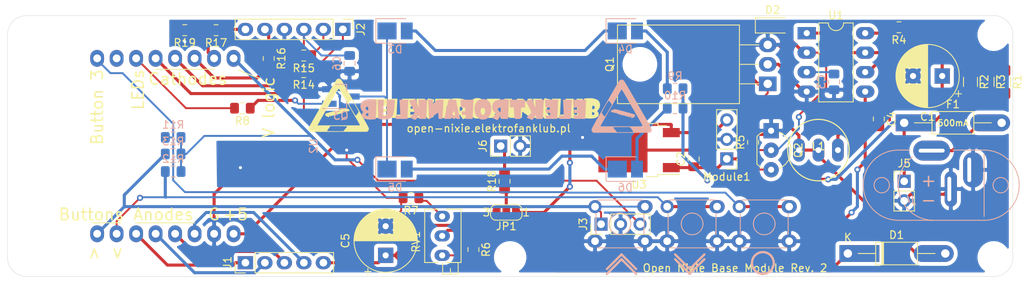
<source format=kicad_pcb>
(kicad_pcb (version 20171130) (host pcbnew "(5.1.5)-3")
  (layers (0 F.Cu signal) (31 B.Cu signal) (34 B.Paste user hide) (35 F.Paste user hide) (36 B.SilkS user) (37 F.SilkS user) (38 B.Mask user hide) (39 F.Mask user hide) (44 Edge.Cuts user))
  (net 0 "")
  (net 1 GND)
  (net 2 +12V)
  (net 3 "Net-(C3-Pad1)")
  (net 4 "Net-(C4-Pad1)")
  (net 5 HV)
  (net 6 "Net-(D1-Pad1)")
  (net 7 "Net-(D2-Pad2)")
  (net 8 "Net-(D2-Pad1)")
  (net 9 "Net-(D3-Pad2)")
  (net 10 "Net-(D3-Pad1)")
  (net 11 "Net-(D4-Pad2)")
  (net 12 "Net-(D5-Pad2)")
  (net 13 "Net-(D6-Pad2)")
  (net 14 "Net-(F1-Pad2)")
  (net 15 "Net-(J1-Pad4)")
  (net 16 "Net-(J1-Pad3)")
  (net 17 "Net-(J1-Pad2)")
  (net 18 "Net-(J2-Pad6)")
  (net 19 "Net-(J2-Pad5)")
  (net 20 +5V)
  (net 21 "Net-(J2-Pad2)")
  (net 22 "Net-(J2-Pad1)")
  (net 23 +3V3)
  (net 24 "Net-(J3-Pad1)")
  (net 25 "Net-(L1-Pad1)")
  (net 26 "Net-(R4-Pad2)")
  (net 27 "Net-(R6-Pad2)")
  (net 28 "Net-(R8-Pad2)")
  (net 29 "Net-(R15-Pad2)")
  (net 30 "Net-(R16-Pad2)")
  (net 31 "Net-(U2-Pad2)")
  (net 32 "Net-(J1-Pad1)")
  (net 33 "Net-(J6-Pad1)")
  (net 34 "Net-(JP1-Pad2)")
  (net 35 "Net-(R7-Pad1)")
  (net 36 "Net-(R11-Pad2)")
  (net 37 "Net-(R12-Pad2)")
  (net 38 "Net-(R14-Pad2)")
  (net 39 "Net-(R17-Pad2)")
  (net 40 "Net-(Q3-Pad1)")
  (module open-nixie_baseModule:D_DO-41_SOD81_P12.70mm_Horizontal (layer F.Cu) (at 116.84 13.97)
    (fp_text reference F1 (at 6.35 -2.41) (layer F.SilkS))
    (fp_text value Fuse)
    (pad 2 thru_hole oval (at 12.7 0) (size 5.2 2.2) (drill 1.1 (offset -1.5 0)) (layers *.Cu *.Mask) (net 14 "Net-(F1-Pad2)"))
    (pad 1 thru_hole rect (at 0 0) (size 5.2 2.2) (drill 1.1 (offset 1.5 0)) (layers *.Cu *.Mask) (net 2 +12V))
  )
  (module open-nixie_baseModule:D_DO-41_SOD81_P12.70mm_Horizontal (layer F.Cu) (at 109.5 31)
    (fp_text reference D1 (at 6.35 -2.41 180) (layer F.SilkS))
    (fp_text value 1N4349)
    (fp_text user K (at 0 -2.1 180) (layer F.SilkS))
    (pad 2 thru_hole rect (at 0 0) (size 5.2 2.2) (drill 1.1 (offset 1.5 0)) (layers *.Cu *.Mask) (net 5 HV))
    (pad 1 thru_hole oval (at 12.7 0) (size 5.2 2.2) (drill 1.1 (offset -1.5 0)) (layers *.Cu *.Mask) (net 6 "Net-(D1-Pad1)"))
  )
  (module electronixESP8266_logo:logo (layer F.Cu) (at 58.928 12.192)
    (fp_text reference G*** hide)
    (fp_text value LOGO hide)
  )
  (module electronixESP8266_logo:logo (layer B.Cu) (at 64.262 12.319 180)
    (fp_text reference G*** hide)
    (fp_text value LOGO hide)
  )
  (module MountingHole:MountingHole_3.2mm_M3 (layer F.Cu) (at 2.5 31.5)
    (fp_text reference REF** hide)
    (fp_text value MountingHole_3.2mm_M3)
    (pad 1 np_thru_hole circle (at 0 0) (size 3.2 3.2) (drill 3.2) (layers *.Cu *.Mask))
  )
  (module MountingHole:MountingHole_3.2mm_M3 (layer F.Cu) (at 65.5 31.5)
    (fp_text reference REF** hide)
    (fp_text value MountingHole_3.2mm_M3)
    (pad 1 np_thru_hole circle (at 0 0) (size 3.2 3.2) (drill 3.2) (layers *.Cu *.Mask))
  )
  (module MountingHole:MountingHole_3.2mm_M3 (layer F.Cu) (at 128.5 31.5)
    (fp_text reference REF** hide)
    (fp_text value MountingHole_3.2mm_M3)
    (pad 1 np_thru_hole circle (at 0 0) (size 3.2 3.2) (drill 3.2) (layers *.Cu *.Mask))
  )
  (module MountingHole:MountingHole_3.2mm_M3 (layer F.Cu) (at 65.5 2.5)
    (fp_text reference REF** hide)
    (fp_text value MountingHole_3.2mm_M3)
    (pad 1 np_thru_hole circle (at 0 0) (size 3.2 3.2) (drill 3.2) (layers *.Cu *.Mask))
  )
  (module MountingHole:MountingHole_3.2mm_M3 (layer F.Cu) (at 128.5 2.5)
    (fp_text reference REF** hide)
    (fp_text value MountingHole_3.2mm_M3)
    (pad 1 np_thru_hole circle (at 0 0) (size 3.2 3.2) (drill 3.2) (layers *.Cu *.Mask))
  )
  (module MountingHole:MountingHole_3.2mm_M3 (layer F.Cu) (at 2.5 2.5)
    (fp_text reference REF** hide)
    (fp_text value MountingHole_3.2mm_M3)
    (pad 1 np_thru_hole circle (at 0 0) (size 3.2 3.2) (drill 3.2) (layers *.Cu *.Mask))
  )
  (module open-nixie_baseModule:CP_Radial_D8.0mm_P3.80mm (layer F.Cu) (at 121.793 7.874 180)
    (fp_text reference C1 (at 1.9 -5.31) (layer F.SilkS))
    (fp_text value 330u)
    (pad 1 thru_hole rect (at 0 0 180) (size 2 2) (drill 0.8) (layers *.Cu *.Mask) (net 2 +12V))
    (pad 2 thru_hole circle (at 3.8 0 180) (size 2 2) (drill 0.8) (layers *.Cu *.Mask) (net 1 GND))
  )
  (module open-nixie_baseModule:C_0805_2012Metric_Pad1.15x1.40mm_HandSolder (layer F.Cu) (at 89.408 18.669 90)
    (fp_text reference C2 (at 0 -1.65 90) (layer F.SilkS))
    (fp_text value 100n)
    (pad 1 smd roundrect (at -1.025 0 90) (size 1.15 1.4) (layers F.Cu F.Paste F.Mask) (roundrect_rratio 0.217391) (net 2 +12V))
    (pad 2 smd roundrect (at 1.025 0 90) (size 1.15 1.4) (layers F.Cu F.Paste F.Mask) (roundrect_rratio 0.217391) (net 1 GND))
  )
  (module open-nixie_baseModule:C_0805_2012Metric_Pad1.15x1.40mm_HandSolder (layer B.Cu) (at 107.696 8.636 270)
    (fp_text reference C3 (at 0 1.65 270) (layer B.SilkS) (effects (justify mirror)))
    (fp_text value 1n)
    (pad 2 smd roundrect (at 1.025 0 270) (size 1.15 1.4) (layers B.Cu B.Paste B.Mask) (roundrect_rratio 0.217391) (net 1 GND))
    (pad 1 smd roundrect (at -1.025 0 270) (size 1.15 1.4) (layers B.Cu B.Paste B.Mask) (roundrect_rratio 0.217391) (net 3 "Net-(C3-Pad1)"))
  )
  (module open-nixie_baseModule:C_0805_2012Metric_Pad1.15x1.40mm_HandSolder (layer F.Cu) (at 113.538 13.462 270)
    (fp_text reference C4 (at 0 -1.65 90) (layer F.SilkS))
    (fp_text value 100n)
    (pad 2 smd roundrect (at 1.025 0 270) (size 1.15 1.4) (layers F.Cu F.Paste F.Mask) (roundrect_rratio 0.217391) (net 1 GND))
    (pad 1 smd roundrect (at -1.025 0 270) (size 1.15 1.4) (layers F.Cu F.Paste F.Mask) (roundrect_rratio 0.217391) (net 4 "Net-(C4-Pad1)"))
  )
  (module open-nixie_baseModule:CP_Radial_D8.0mm_P3.80mm (layer F.Cu) (at 49.276 31.242 90)
    (fp_text reference C5 (at 1.9 -5.25 90) (layer F.SilkS))
    (fp_text value 2u2)
    (pad 2 thru_hole circle (at 3.8 0 90) (size 2 2) (drill 0.8) (layers *.Cu *.Mask) (net 1 GND))
    (pad 1 thru_hole rect (at 0 0 90) (size 2 2) (drill 0.8) (layers *.Cu *.Mask) (net 5 HV))
  )
  (module open-nixie_baseModule:C_0805_2012Metric_Pad1.15x1.40mm_HandSolder (layer B.Cu) (at 44.577 6.223 270)
    (fp_text reference C6 (at 0 1.65 90) (layer B.SilkS) (effects (justify mirror)))
    (fp_text value 100n)
    (pad 1 smd roundrect (at -1.025 0 270) (size 1.15 1.4) (layers B.Cu B.Paste B.Mask) (roundrect_rratio 0.217391) (net 20 +5V))
    (pad 2 smd roundrect (at 1.025 0 270) (size 1.15 1.4) (layers B.Cu B.Paste B.Mask) (roundrect_rratio 0.217391) (net 1 GND))
  )
  (module open-nixie_baseModule:D_SOD-123 (layer F.Cu) (at 99.695 1.27)
    (fp_text reference D2 (at 0 -2) (layer F.SilkS))
    (fp_text value 1N4148)
    (pad 2 smd rect (at 1.65 0) (size 2 1.2) (layers F.Cu F.Paste F.Mask) (net 7 "Net-(D2-Pad2)"))
    (pad 1 smd rect (at -1.65 0) (size 2 1.2) (layers F.Cu F.Paste F.Mask) (net 8 "Net-(D2-Pad1)"))
  )
  (module open-nixie_baseModule:LED_PLCC_2835_Handsoldering (layer B.Cu) (at 50.5 2)
    (fp_text reference D3 (at 0 2.4) (layer B.SilkS) (effects (justify mirror)))
    (fp_text value LED)
    (pad 1 smd rect (at -1.05 0) (size 2.5 2.2) (layers B.Cu B.Paste B.Mask) (net 10 "Net-(D3-Pad1)"))
    (pad 2 smd rect (at 1.525 0) (size 1.55 2.2) (layers B.Cu B.Paste B.Mask) (net 9 "Net-(D3-Pad2)"))
  )
  (module open-nixie_baseModule:LED_PLCC_2835_Handsoldering (layer B.Cu) (at 80.5 2)
    (fp_text reference D4 (at 0 2.4) (layer B.SilkS) (effects (justify mirror)))
    (fp_text value LED)
    (pad 2 smd rect (at 1.525 0) (size 1.55 2.2) (layers B.Cu B.Paste B.Mask) (net 11 "Net-(D4-Pad2)"))
    (pad 1 smd rect (at -1.05 0) (size 2.5 2.2) (layers B.Cu B.Paste B.Mask) (net 9 "Net-(D3-Pad2)"))
  )
  (module open-nixie_baseModule:LED_PLCC_2835_Handsoldering (layer B.Cu) (at 50.5 20)
    (fp_text reference D5 (at 0 2.4) (layer B.SilkS) (effects (justify mirror)))
    (fp_text value LED)
    (pad 2 smd rect (at 1.525 0) (size 1.55 2.2) (layers B.Cu B.Paste B.Mask) (net 12 "Net-(D5-Pad2)"))
    (pad 1 smd rect (at -1.05 0) (size 2.5 2.2) (layers B.Cu B.Paste B.Mask) (net 10 "Net-(D3-Pad1)"))
  )
  (module open-nixie_baseModule:LED_PLCC_2835_Handsoldering (layer B.Cu) (at 80.5 20)
    (fp_text reference D6 (at 0 2.4) (layer B.SilkS) (effects (justify mirror)))
    (fp_text value LED)
    (pad 1 smd rect (at -1.05 0) (size 2.5 2.2) (layers B.Cu B.Paste B.Mask) (net 12 "Net-(D5-Pad2)"))
    (pad 2 smd rect (at 1.525 0) (size 1.55 2.2) (layers B.Cu B.Paste B.Mask) (net 13 "Net-(D6-Pad2)"))
  )
  (module open-nixie_baseModule:PinHeader_1x05_P2.54mm_Vertical (layer F.Cu) (at 31 32.2 90)
    (fp_text reference J1 (at 0 -2.33 90) (layer F.SilkS))
    (fp_text value Conn_01x05_Female)
    (pad 5 thru_hole oval (at 0 10.16 90) (size 1.7 2) (drill 1) (layers *.Cu *.Mask) (net 5 HV))
    (pad 4 thru_hole oval (at 0 7.62 90) (size 1.7 2) (drill 1) (layers *.Cu *.Mask) (net 15 "Net-(J1-Pad4)"))
    (pad 3 thru_hole oval (at 0 5.08 90) (size 1.7 2) (drill 1) (layers *.Cu *.Mask) (net 16 "Net-(J1-Pad3)"))
    (pad 2 thru_hole oval (at 0 2.54 90) (size 1.7 2) (drill 1) (layers *.Cu *.Mask) (net 17 "Net-(J1-Pad2)"))
    (pad 1 thru_hole rect (at 0 0 90) (size 1.7 2) (drill 1) (layers *.Cu *.Mask) (net 32 "Net-(J1-Pad1)"))
  )
  (module open-nixie_baseModule:PinHeader_1x06_P2.54mm_Vertical (layer F.Cu) (at 43.7 1.8 270)
    (fp_text reference J2 (at 0 -2.33 90) (layer F.SilkS))
    (fp_text value Conn_01x06_Female)
    (pad 6 thru_hole oval (at 0 12.7 270) (size 1.7 2) (drill 1) (layers *.Cu *.Mask) (net 18 "Net-(J2-Pad6)"))
    (pad 5 thru_hole oval (at 0 10.16 270) (size 1.7 2) (drill 1) (layers *.Cu *.Mask) (net 19 "Net-(J2-Pad5)"))
    (pad 4 thru_hole oval (at 0 7.62 270) (size 1.7 2) (drill 1) (layers *.Cu *.Mask) (net 1 GND))
    (pad 3 thru_hole oval (at 0 5.08 270) (size 1.7 2) (drill 1) (layers *.Cu *.Mask) (net 20 +5V))
    (pad 2 thru_hole oval (at 0 2.54 270) (size 1.7 2) (drill 1) (layers *.Cu *.Mask) (net 21 "Net-(J2-Pad2)"))
    (pad 1 thru_hole rect (at 0 0 270) (size 1.7 2) (drill 1) (layers *.Cu *.Mask) (net 22 "Net-(J2-Pad1)"))
  )
  (module open-nixie_baseModule:PinHeader_1x03_P2.54mm_Vertical (layer F.Cu) (at 77.343 27.178 90)
    (fp_text reference J3 (at 0 -2.33 90) (layer F.SilkS))
    (fp_text value "IR Sensor")
    (pad 1 thru_hole rect (at 0 0 90) (size 1.7 1.7) (drill 1) (layers *.Cu *.Mask) (net 24 "Net-(J3-Pad1)"))
    (pad 2 thru_hole oval (at 0 2.54 90) (size 1.7 1.7) (drill 1) (layers *.Cu *.Mask) (net 1 GND))
    (pad 3 thru_hole oval (at 0 5.08 90) (size 1.7 1.7) (drill 1) (layers *.Cu *.Mask) (net 23 +3V3))
  )
  (module open-nixie_baseModule:DC_Jack_Vertical (layer B.Cu) (at 121.667 22.098 180)
    (fp_text reference J4 (at 4.064 -2.032) (layer B.SilkS) (effects (justify mirror)))
    (fp_text value Barrel_Jack_Switch)
    (pad 3 thru_hole oval (at -3.65 2 180) (size 2.6 4.6) (drill oval 0.5 3.2 (offset -0.5 0)) (layers *.Cu *.Mask) (net 1 GND))
    (pad 2 thru_hole oval (at -1.05 -0.5 180) (size 1.6 4.6) (drill oval 0.5 3.2 (offset -0.2 0)) (layers *.Cu *.Mask) (net 1 GND))
    (pad 1 thru_hole oval (at 1.25 4.5 180) (size 4.8 2.6) (drill oval 3.4 0.5) (layers *.Cu *.Mask) (net 14 "Net-(F1-Pad2)"))
  )
  (module open-nixie_baseModule:PinHeader_1x02_P2.54mm_Vertical (layer F.Cu) (at 116.84 21.59)
    (fp_text reference J5 (at 0 -2.33) (layer F.SilkS))
    (fp_text value Conn_01x02_Male)
    (pad 1 thru_hole rect (at 0 0) (size 1.7 1.7) (drill 1) (layers *.Cu *.Mask) (net 2 +12V))
    (pad 2 thru_hole oval (at 0 2.54) (size 1.7 1.7) (drill 1) (layers *.Cu *.Mask) (net 1 GND))
  )
  (module open-nixie_baseModule:PinHeader_1x02_P2.54mm_Vertical (layer F.Cu) (at 64.262 17 90)
    (fp_text reference J6 (at 0 -2.33 90) (layer F.SilkS))
    (fp_text value Conn_01x02_Male)
    (pad 2 thru_hole oval (at 0 2.54 90) (size 1.7 1.7) (drill 1) (layers *.Cu *.Mask) (net 1 GND))
    (pad 1 thru_hole rect (at 0 0 90) (size 1.7 1.7) (drill 1) (layers *.Cu *.Mask) (net 33 "Net-(J6-Pad1)"))
  )
  (module open-nixie_baseModule:SolderJumper-3_P1.3mm_Open_RoundedPad1.0x1.5mm_NumberLabels (layer F.Cu) (at 64.994 25.654 180)
    (fp_text reference JP1 (at 0 -1.8) (layer F.SilkS))
    (fp_text value Jumper_3_Open)
    (fp_text user 1 (at -2.6 0 180) (layer F.SilkS))
    (fp_text user 3 (at 2.6 0 180) (layer F.SilkS))
    (pad 2 smd rect (at 0 0 180) (size 1 1.5) (layers F.Cu F.Mask) (net 34 "Net-(JP1-Pad2)"))
    (pad 3 smd custom (at 1.3 0 180) (size 1 0.5) (layers F.Cu F.Mask) (net 5 HV) (options (clearance outline) (anchor rect)) (primitives (gr_circle (center 0 0.25) (end 0.5 0.25) (width 0)) (gr_circle (center 0 -0.25) (end 0.5 -0.25) (width 0)) (gr_poly (pts (xy -0.55 -0.75) (xy 0 -0.75) (xy 0 0.75) (xy -0.55 0.75)) (width 0))))
    (pad 1 smd custom (at -1.3 0 180) (size 1 0.5) (layers F.Cu F.Mask) (net 20 +5V) (options (clearance outline) (anchor rect)) (primitives (gr_circle (center 0 0.25) (end 0.5 0.25) (width 0)) (gr_circle (center 0 -0.25) (end 0.5 -0.25) (width 0)) (gr_poly (pts (xy 0.55 -0.75) (xy 0 -0.75) (xy 0 0.75) (xy 0.55 0.75)) (width 0))))
  )
  (module open-nixie_baseModule:Inductor_3_5 (layer F.Cu) (at 105.664 17.526 180)
    (fp_text reference L1 (at 0 0.5) (layer F.SilkS))
    (fp_text value 220u)
    (pad 2 thru_hole oval (at 2.54 0 180) (size 1.524 3) (drill 0.762) (layers *.Cu *.Mask) (net 6 "Net-(D1-Pad1)"))
    (pad 2 thru_hole oval (at 0 0 180) (size 1.524 3) (drill 0.762) (layers *.Cu *.Mask) (net 6 "Net-(D1-Pad1)"))
    (pad 1 thru_hole oval (at -2.54 0 180) (size 1.524 3) (drill 0.762) (layers *.Cu *.Mask) (net 25 "Net-(L1-Pad1)"))
  )
  (module open-nixie_baseModule:PinHeader_1x03_P2.54mm_Vertical (layer F.Cu) (at 93.726 18.669 180)
    (fp_text reference Module1 (at 0 -2.33) (layer F.SilkS))
    (fp_text value "DC Converter Module")
    (pad 3 thru_hole oval (at 0 5.08 180) (size 1.7 1.7) (drill 1) (layers *.Cu *.Mask) (net 20 +5V))
    (pad 2 thru_hole oval (at 0 2.54 180) (size 1.7 1.7) (drill 1) (layers *.Cu *.Mask) (net 1 GND))
    (pad 1 thru_hole rect (at 0 0 180) (size 1.7 1.7) (drill 1) (layers *.Cu *.Mask) (net 2 +12V))
  )
  (module open-nixie_baseModule:TO-220-3_Horizontal_TabDown (layer F.Cu) (at 99.06 8.89 90)
    (fp_text reference Q1 (at 2.54 -20.58 90) (layer F.SilkS))
    (fp_text value IRF740)
    (pad 3 thru_hole oval (at 5.08 0 90) (size 1.905 2.3) (drill 1.1) (layers *.Cu *.Mask) (net 1 GND))
    (pad 2 thru_hole oval (at 2.54 0 90) (size 1.905 2.3) (drill 1.1) (layers *.Cu *.Mask) (net 6 "Net-(D1-Pad1)"))
    (pad 1 thru_hole rect (at 0 0 90) (size 1.905 2.3) (drill 1.1) (layers *.Cu *.Mask) (net 8 "Net-(D2-Pad1)"))
    (pad "" np_thru_hole oval (at 2.54 -16.66 90) (size 3.5 3.5) (drill 3.5) (layers *.Cu *.Mask))
  )
  (module open-nixie_baseModule:TO-92_Inline_Wide (layer F.Cu) (at 99.5 15 270)
    (fp_text reference Q2 (at 2.54 -3.56 90) (layer F.SilkS))
    (fp_text value BC557)
    (pad 1 thru_hole rect (at 0 0) (size 2 2) (drill 0.8) (layers *.Cu *.Mask) (net 1 GND))
    (pad 3 thru_hole circle (at 5.08 0) (size 2 2) (drill 0.8) (layers *.Cu *.Mask) (net 8 "Net-(D2-Pad1)"))
    (pad 2 thru_hole circle (at 2.54 0) (size 2 2) (drill 0.8) (layers *.Cu *.Mask) (net 7 "Net-(D2-Pad2)"))
  )
  (module open-nixie_baseModule:SOT-23_Handsoldering (layer B.Cu) (at 43.434 10.541)
    (fp_text reference Q3 (at 0 2.5) (layer B.SilkS) (effects (justify mirror)))
    (fp_text value BC817)
    (pad 3 smd rect (at 1.5 0) (size 1.9 0.8) (layers B.Cu B.Paste B.Mask) (net 10 "Net-(D3-Pad1)"))
    (pad 2 smd rect (at -1.5 -0.95) (size 1.9 0.8) (layers B.Cu B.Paste B.Mask) (net 1 GND))
    (pad 1 smd rect (at -1.5 0.95) (size 1.9 0.8) (layers B.Cu B.Paste B.Mask) (net 40 "Net-(Q3-Pad1)"))
  )
  (module open-nixie_baseModule:R_1206_3216Metric_Pad1.42x1.75mm_HandSolder (layer F.Cu) (at 129.794 8.636 270)
    (fp_text reference R1 (at 0 -1.82 90) (layer F.SilkS))
    (fp_text value 1)
    (pad 2 smd roundrect (at 1.4875 0 270) (size 1.425 1.75) (layers F.Cu F.Paste F.Mask) (roundrect_rratio 0.175439) (net 2 +12V))
    (pad 1 smd roundrect (at -1.4875 0 270) (size 1.425 1.75) (layers F.Cu F.Paste F.Mask) (roundrect_rratio 0.175439) (net 25 "Net-(L1-Pad1)"))
  )
  (module open-nixie_baseModule:R_1206_3216Metric_Pad1.42x1.75mm_HandSolder (layer F.Cu) (at 125.476 8.636 270)
    (fp_text reference R2 (at 0 -1.82 90) (layer F.SilkS))
    (fp_text value 1)
    (pad 1 smd roundrect (at -1.4875 0 270) (size 1.425 1.75) (layers F.Cu F.Paste F.Mask) (roundrect_rratio 0.175439) (net 25 "Net-(L1-Pad1)"))
    (pad 2 smd roundrect (at 1.4875 0 270) (size 1.425 1.75) (layers F.Cu F.Paste F.Mask) (roundrect_rratio 0.175439) (net 2 +12V))
  )
  (module open-nixie_baseModule:R_1206_3216Metric_Pad1.42x1.75mm_HandSolder (layer F.Cu) (at 127.635 8.636 270)
    (fp_text reference R3 (at 0 -1.82 90) (layer F.SilkS))
    (fp_text value 1)
    (pad 2 smd roundrect (at 1.4875 0 270) (size 1.425 1.75) (layers F.Cu F.Paste F.Mask) (roundrect_rratio 0.175439) (net 2 +12V))
    (pad 1 smd roundrect (at -1.4875 0 270) (size 1.425 1.75) (layers F.Cu F.Paste F.Mask) (roundrect_rratio 0.175439) (net 25 "Net-(L1-Pad1)"))
  )
  (module open-nixie_baseModule:R_0805_2012Metric_Pad1.15x1.40mm_HandSolder (layer F.Cu) (at 116.158 1.524 180)
    (fp_text reference R4 (at 0 -1.65) (layer F.SilkS))
    (fp_text value 100)
    (pad 1 smd roundrect (at -1.025 0 180) (size 1.15 1.4) (layers F.Cu F.Paste F.Mask) (roundrect_rratio 0.217391) (net 25 "Net-(L1-Pad1)"))
    (pad 2 smd roundrect (at 1.025 0 180) (size 1.15 1.4) (layers F.Cu F.Paste F.Mask) (roundrect_rratio 0.217391) (net 26 "Net-(R4-Pad2)"))
  )
  (module open-nixie_baseModule:R_0805_2012Metric_Pad1.15x1.40mm_HandSolder (layer F.Cu) (at 97.155 16.51 90)
    (fp_text reference R5 (at 0 -1.65 90) (layer F.SilkS))
    (fp_text value 1k)
    (pad 1 smd roundrect (at -1.025 0 90) (size 1.15 1.4) (layers F.Cu F.Paste F.Mask) (roundrect_rratio 0.217391) (net 7 "Net-(D2-Pad2)"))
    (pad 2 smd roundrect (at 1.025 0 90) (size 1.15 1.4) (layers F.Cu F.Paste F.Mask) (roundrect_rratio 0.217391) (net 1 GND))
  )
  (module open-nixie_baseModule:R_0805_2012Metric_Pad1.15x1.40mm_HandSolder (layer F.Cu) (at 60.706 30.48 270)
    (fp_text reference R6 (at 0 -1.65 90) (layer F.SilkS))
    (fp_text value 470k)
    (pad 1 smd roundrect (at -1.025 0 270) (size 1.15 1.4) (layers F.Cu F.Paste F.Mask) (roundrect_rratio 0.217391) (net 5 HV))
    (pad 2 smd roundrect (at 1.025 0 270) (size 1.15 1.4) (layers F.Cu F.Paste F.Mask) (roundrect_rratio 0.217391) (net 27 "Net-(R6-Pad2)"))
  )
  (module open-nixie_baseModule:R_0805_2012Metric_Pad1.15x1.40mm_HandSolder (layer F.Cu) (at 52.578 23.749 180)
    (fp_text reference R7 (at 0 -1.65) (layer F.SilkS))
    (fp_text value 2k7)
    (pad 2 smd roundrect (at 1.025 0 180) (size 1.15 1.4) (layers F.Cu F.Paste F.Mask) (roundrect_rratio 0.217391) (net 1 GND))
    (pad 1 smd roundrect (at -1.025 0 180) (size 1.15 1.4) (layers F.Cu F.Paste F.Mask) (roundrect_rratio 0.217391) (net 35 "Net-(R7-Pad1)"))
  )
  (module open-nixie_baseModule:R_0805_2012Metric_Pad1.15x1.40mm_HandSolder (layer F.Cu) (at 30.607 12.065 180)
    (fp_text reference R8 (at 0 -1.65) (layer F.SilkS))
    (fp_text value R)
    (pad 2 smd roundrect (at 1.025 0 180) (size 1.15 1.4) (layers F.Cu F.Paste F.Mask) (roundrect_rratio 0.217391) (net 28 "Net-(R8-Pad2)"))
    (pad 1 smd roundrect (at -1.025 0 180) (size 1.15 1.4) (layers F.Cu F.Paste F.Mask) (roundrect_rratio 0.217391) (net 40 "Net-(Q3-Pad1)"))
  )
  (module open-nixie_baseModule:R_0805_2012Metric_Pad1.15x1.40mm_HandSolder (layer B.Cu) (at 86.995 9.525 180)
    (fp_text reference R9 (at 0 1.65) (layer B.SilkS) (effects (justify mirror)))
    (fp_text value R)
    (pad 1 smd roundrect (at -1.025 0 180) (size 1.15 1.4) (layers B.Cu B.Paste B.Mask) (roundrect_rratio 0.217391) (net 2 +12V))
    (pad 2 smd roundrect (at 1.025 0 180) (size 1.15 1.4) (layers B.Cu B.Paste B.Mask) (roundrect_rratio 0.217391) (net 11 "Net-(D4-Pad2)"))
  )
  (module open-nixie_baseModule:R_0805_2012Metric_Pad1.15x1.40mm_HandSolder (layer B.Cu) (at 86.995 12.065 180)
    (fp_text reference R10 (at 0 1.65) (layer B.SilkS) (effects (justify mirror)))
    (fp_text value R)
    (pad 2 smd roundrect (at 1.025 0 180) (size 1.15 1.4) (layers B.Cu B.Paste B.Mask) (roundrect_rratio 0.217391) (net 13 "Net-(D6-Pad2)"))
    (pad 1 smd roundrect (at -1.025 0 180) (size 1.15 1.4) (layers B.Cu B.Paste B.Mask) (roundrect_rratio 0.217391) (net 2 +12V))
  )
  (module open-nixie_baseModule:R_0805_2012Metric_Pad1.15x1.40mm_HandSolder (layer B.Cu) (at 21.59 15.875 180)
    (fp_text reference R11 (at 0 1.65) (layer B.SilkS) (effects (justify mirror)))
    (fp_text value 10k)
    (pad 1 smd roundrect (at -1.025 0 180) (size 1.15 1.4) (layers B.Cu B.Paste B.Mask) (roundrect_rratio 0.217391) (net 23 +3V3))
    (pad 2 smd roundrect (at 1.025 0 180) (size 1.15 1.4) (layers B.Cu B.Paste B.Mask) (roundrect_rratio 0.217391) (net 36 "Net-(R11-Pad2)"))
  )
  (module open-nixie_baseModule:R_0805_2012Metric_Pad1.15x1.40mm_HandSolder (layer B.Cu) (at 21.59 20.32 180)
    (fp_text reference R12 (at 0 1.65) (layer B.SilkS) (effects (justify mirror)))
    (fp_text value 10k)
    (pad 2 smd roundrect (at 1.025 0 180) (size 1.15 1.4) (layers B.Cu B.Paste B.Mask) (roundrect_rratio 0.217391) (net 37 "Net-(R12-Pad2)"))
    (pad 1 smd roundrect (at -1.025 0 180) (size 1.15 1.4) (layers B.Cu B.Paste B.Mask) (roundrect_rratio 0.217391) (net 23 +3V3))
  )
  (module open-nixie_baseModule:R_0805_2012Metric_Pad1.15x1.40mm_HandSolder (layer B.Cu) (at 21.59 18.034 180)
    (fp_text reference R13 (at 0 1.65) (layer B.SilkS) (effects (justify mirror)))
    (fp_text value 10k)
    (pad 2 smd roundrect (at 1.025 0 180) (size 1.15 1.4) (layers B.Cu B.Paste B.Mask) (roundrect_rratio 0.217391) (net 24 "Net-(J3-Pad1)"))
    (pad 1 smd roundrect (at -1.025 0 180) (size 1.15 1.4) (layers B.Cu B.Paste B.Mask) (roundrect_rratio 0.217391) (net 23 +3V3))
  )
  (module open-nixie_baseModule:R_0805_2012Metric_Pad1.15x1.40mm_HandSolder (layer F.Cu) (at 38.608 7.366 180)
    (fp_text reference R14 (at 0 -1.65) (layer F.SilkS))
    (fp_text value 100)
    (pad 1 smd roundrect (at -1.025 0 180) (size 1.15 1.4) (layers F.Cu F.Paste F.Mask) (roundrect_rratio 0.217391) (net 22 "Net-(J2-Pad1)"))
    (pad 2 smd roundrect (at 1.025 0 180) (size 1.15 1.4) (layers F.Cu F.Paste F.Mask) (roundrect_rratio 0.217391) (net 38 "Net-(R14-Pad2)"))
  )
  (module open-nixie_baseModule:R_0805_2012Metric_Pad1.15x1.40mm_HandSolder (layer F.Cu) (at 38.608 5.207 180)
    (fp_text reference R15 (at 0 -1.65) (layer F.SilkS))
    (fp_text value 100)
    (pad 2 smd roundrect (at 1.025 0 180) (size 1.15 1.4) (layers F.Cu F.Paste F.Mask) (roundrect_rratio 0.217391) (net 29 "Net-(R15-Pad2)"))
    (pad 1 smd roundrect (at -1.025 0 180) (size 1.15 1.4) (layers F.Cu F.Paste F.Mask) (roundrect_rratio 0.217391) (net 21 "Net-(J2-Pad2)"))
  )
  (module open-nixie_baseModule:R_0805_2012Metric_Pad1.15x1.40mm_HandSolder (layer F.Cu) (at 34.036 5.588 270)
    (fp_text reference R16 (at 0 -1.65 90) (layer F.SilkS))
    (fp_text value 100)
    (pad 2 smd roundrect (at 1.025 0 270) (size 1.15 1.4) (layers F.Cu F.Paste F.Mask) (roundrect_rratio 0.217391) (net 30 "Net-(R16-Pad2)"))
    (pad 1 smd roundrect (at -1.025 0 270) (size 1.15 1.4) (layers F.Cu F.Paste F.Mask) (roundrect_rratio 0.217391) (net 19 "Net-(J2-Pad5)"))
  )
  (module open-nixie_baseModule:R_0805_2012Metric_Pad1.15x1.40mm_HandSolder (layer F.Cu) (at 27.178 1.905 180)
    (fp_text reference R17 (at 0 -1.65) (layer F.SilkS))
    (fp_text value 100)
    (pad 1 smd roundrect (at -1.025 0 180) (size 1.15 1.4) (layers F.Cu F.Paste F.Mask) (roundrect_rratio 0.217391) (net 18 "Net-(J2-Pad6)"))
    (pad 2 smd roundrect (at 1.025 0 180) (size 1.15 1.4) (layers F.Cu F.Paste F.Mask) (roundrect_rratio 0.217391) (net 39 "Net-(R17-Pad2)"))
  )
  (module open-nixie_baseModule:R_0805_2012Metric_Pad1.15x1.40mm_HandSolder (layer F.Cu) (at 64.77 21.59 90)
    (fp_text reference R18 (at 0 -1.65 90) (layer F.SilkS))
    (fp_text value R)
    (pad 2 smd roundrect (at 1.025 0 90) (size 1.15 1.4) (layers F.Cu F.Paste F.Mask) (roundrect_rratio 0.217391) (net 33 "Net-(J6-Pad1)"))
    (pad 1 smd roundrect (at -1.025 0 90) (size 1.15 1.4) (layers F.Cu F.Paste F.Mask) (roundrect_rratio 0.217391) (net 34 "Net-(JP1-Pad2)"))
  )
  (module open-nixie_baseModule:Potentiometer_Bourns_3266Z_Horizontal (layer F.Cu) (at 56.642 26.162 90)
    (fp_text reference RV1 (at -3.3 -3.41 90) (layer F.SilkS))
    (fp_text value 1k)
    (pad 3 thru_hole oval (at -5.08 0 90) (size 1.44 2) (drill 0.8) (layers *.Cu *.Mask) (net 27 "Net-(R6-Pad2)"))
    (pad 2 thru_hole oval (at -2.54 0 90) (size 1.44 2) (drill 0.8) (layers *.Cu *.Mask) (net 4 "Net-(C4-Pad1)"))
    (pad 1 thru_hole oval (at 0 0 90) (size 1.44 2) (drill 0.8) (layers *.Cu *.Mask) (net 35 "Net-(R7-Pad1)"))
  )
  (module open-nixie_baseModule:SW_TH_Tactile_Omron_B3F-10xx_2pol (layer B.Cu) (at 83.058 24.892 180)
    (fp_text reference SW1 hide)
    (fp_text value SW_Push)
    (pad 2 thru_hole oval (at 6.5 -4.5 180) (size 2 1.7) (drill 1) (layers *.Cu *.Mask) (net 1 GND))
    (pad 2 thru_hole oval (at 0 -4.5 180) (size 2 1.7) (drill 1) (layers *.Cu *.Mask) (net 1 GND))
    (pad 1 thru_hole circle (at 6.5 0 180) (size 1.7 1.7) (drill 1) (layers *.Cu *.Mask) (net 24 "Net-(J3-Pad1)"))
    (pad 1 thru_hole oval (at 0 0 180) (size 2 1.7) (drill 1) (layers *.Cu *.Mask) (net 24 "Net-(J3-Pad1)"))
  )
  (module open-nixie_baseModule:SW_TH_Tactile_Omron_B3F-10xx_2pol (layer B.Cu) (at 92.456 24.892 180)
    (fp_text reference SW2 hide)
    (fp_text value SW_Push)
    (pad 1 thru_hole oval (at 0 0 180) (size 2 1.7) (drill 1) (layers *.Cu *.Mask) (net 37 "Net-(R12-Pad2)"))
    (pad 1 thru_hole circle (at 6.5 0 180) (size 1.7 1.7) (drill 1) (layers *.Cu *.Mask) (net 37 "Net-(R12-Pad2)"))
    (pad 2 thru_hole oval (at 0 -4.5 180) (size 2 1.7) (drill 1) (layers *.Cu *.Mask) (net 1 GND))
    (pad 2 thru_hole oval (at 6.5 -4.5 180) (size 2 1.7) (drill 1) (layers *.Cu *.Mask) (net 1 GND))
  )
  (module open-nixie_baseModule:SW_TH_Tactile_Omron_B3F-10xx_2pol (layer B.Cu) (at 101.854 24.892 180)
    (fp_text reference SW3 hide)
    (fp_text value SW_Push)
    (pad 2 thru_hole oval (at 6.5 -4.5 180) (size 2 1.7) (drill 1) (layers *.Cu *.Mask) (net 1 GND))
    (pad 2 thru_hole oval (at 0 -4.5 180) (size 2 1.7) (drill 1) (layers *.Cu *.Mask) (net 1 GND))
    (pad 1 thru_hole circle (at 6.5 0 180) (size 1.7 1.7) (drill 1) (layers *.Cu *.Mask) (net 36 "Net-(R11-Pad2)"))
    (pad 1 thru_hole oval (at 0 0 180) (size 2 1.7) (drill 1) (layers *.Cu *.Mask) (net 36 "Net-(R11-Pad2)"))
  )
  (module open-nixie_baseModule:DIP-8_W7.62mm_LongPads (layer F.Cu) (at 104.14 2.286)
    (fp_text reference U1 (at 3.81 -2.33) (layer F.SilkS))
    (fp_text value MC34063AD)
    (pad 8 thru_hole oval (at 7.62 0) (size 2.4 1.6) (drill 0.8) (layers *.Cu *.Mask) (net 26 "Net-(R4-Pad2)"))
    (pad 4 thru_hole oval (at 0 7.62) (size 2.4 1.6) (drill 0.8) (layers *.Cu *.Mask) (net 1 GND))
    (pad 7 thru_hole oval (at 7.62 2.54) (size 2.4 1.6) (drill 0.8) (layers *.Cu *.Mask) (net 25 "Net-(L1-Pad1)"))
    (pad 3 thru_hole oval (at 0 5.08) (size 2.4 1.6) (drill 0.8) (layers *.Cu *.Mask) (net 3 "Net-(C3-Pad1)"))
    (pad 6 thru_hole oval (at 7.62 5.08) (size 2.4 1.6) (drill 0.8) (layers *.Cu *.Mask) (net 2 +12V))
    (pad 2 thru_hole oval (at 0 2.54) (size 2.4 1.6) (drill 0.8) (layers *.Cu *.Mask) (net 7 "Net-(D2-Pad2)"))
    (pad 5 thru_hole oval (at 7.62 7.62) (size 2.4 1.6) (drill 0.8) (layers *.Cu *.Mask) (net 4 "Net-(C4-Pad1)"))
    (pad 1 thru_hole rect (at 0 0) (size 2.4 1.6) (drill 0.8) (layers *.Cu *.Mask) (net 25 "Net-(L1-Pad1)"))
  )
  (module open-nixie_baseModule:wemos-d1-mini-with-pin-header-pin-correct (layer B.Cu) (at 20.574 17 180)
    (fp_text reference U2 (at -19.3 0 90) (layer B.SilkS) (effects (justify mirror)))
    (fp_text value "Logic Module")
    (pad 16 thru_hole oval (at 8.89 -11.43 180) (size 1.8 2.2) (drill 1.016) (layers *.Cu *.Mask) (net 24 "Net-(J3-Pad1)"))
    (pad 1 thru_hole oval (at 8.89 11.43 180) (size 1.8 2.2) (drill 1.016) (layers *.Cu *.Mask) (net 36 "Net-(R11-Pad2)"))
    (pad 15 thru_hole oval (at 6.35 -11.43 180) (size 1.8 2.2) (drill 1.016) (layers *.Cu *.Mask) (net 37 "Net-(R12-Pad2)"))
    (pad 2 thru_hole oval (at 6.35 11.43 180) (size 1.8 2.2) (drill 1.016) (layers *.Cu *.Mask) (net 31 "Net-(U2-Pad2)"))
    (pad 14 thru_hole oval (at 3.81 -11.43 180) (size 1.8 2.2) (drill 1.016) (layers *.Cu *.Mask) (net 32 "Net-(J1-Pad1)"))
    (pad 3 thru_hole oval (at 3.81 11.43 180) (size 1.8 2.2) (drill 1.016) (layers *.Cu *.Mask) (net 28 "Net-(R8-Pad2)"))
    (pad 13 thru_hole oval (at 1.27 -11.43 180) (size 1.8 2.2) (drill 1.016) (layers *.Cu *.Mask) (net 17 "Net-(J1-Pad2)"))
    (pad 4 thru_hole oval (at 1.27 11.43 180) (size 1.8 2.2) (drill 1.016) (layers *.Cu *.Mask) (net 38 "Net-(R14-Pad2)"))
    (pad 12 thru_hole oval (at -1.27 -11.43 180) (size 1.8 2.2) (drill 1.016) (layers *.Cu *.Mask) (net 16 "Net-(J1-Pad3)"))
    (pad 5 thru_hole oval (at -1.27 11.43 180) (size 1.8 2.2) (drill 1.016) (layers *.Cu *.Mask) (net 29 "Net-(R15-Pad2)"))
    (pad 11 thru_hole oval (at -3.81 -11.43 180) (size 1.8 2.2) (drill 1.016) (layers *.Cu *.Mask) (net 15 "Net-(J1-Pad4)"))
    (pad 6 thru_hole oval (at -3.81 11.43 180) (size 1.8 2.2) (drill 1.016) (layers *.Cu *.Mask) (net 30 "Net-(R16-Pad2)"))
    (pad 10 thru_hole oval (at -6.35 -11.43 180) (size 1.8 2.2) (drill 1.016) (layers *.Cu *.Mask) (net 1 GND))
    (pad 7 thru_hole oval (at -6.35 11.43 180) (size 1.8 2.2) (drill 1.016) (layers *.Cu *.Mask) (net 39 "Net-(R17-Pad2)"))
    (pad 9 thru_hole oval (at -8.89 -11.43 180) (size 1.8 2.2) (drill 1.016) (layers *.Cu *.Mask) (net 20 +5V))
    (pad 8 thru_hole oval (at -8.89 11.43 180) (size 1.8 2.2) (drill 1.016) (layers *.Cu *.Mask) (net 23 +3V3))
  )
  (module open-nixie_baseModule:TO-252-2 (layer F.Cu) (at 82.296 17.526 180)
    (fp_text reference U3 (at 0 -4.5) (layer F.SilkS))
    (fp_text value KA78M05_TO252)
    (pad 2 smd rect (at 2.1 0 180) (size 6.4 5.8) (layers F.Cu F.Mask) (net 1 GND))
    (pad 3 smd rect (at -4.2 2.28 180) (size 2.2 1.2) (layers F.Cu F.Paste F.Mask) (net 20 +5V))
    (pad 1 smd rect (at -4.2 -2.28 180) (size 2.2 1.2) (layers F.Cu F.Paste F.Mask) (net 2 +12V))
  )
  (module open-nixie_baseModule:R_0805_2012Metric_Pad1.15x1.40mm_HandSolder (layer F.Cu) (at 23.1 1.9 180)
    (fp_text reference R19 (at 0 -1.65) (layer F.SilkS))
    (fp_text value 2k2)
    (pad 2 smd roundrect (at 1.025 0 180) (size 1.15 1.4) (layers F.Cu F.Paste F.Mask) (roundrect_rratio 0.217391) (net 1 GND))
    (pad 1 smd roundrect (at -1.025 0 180) (size 1.15 1.4) (layers F.Cu F.Paste F.Mask) (roundrect_rratio 0.217391) (net 39 "Net-(R17-Pad2)"))
  )
  (gr_text 500mA (at 123.2 14) (layer F.SilkS) (effects (font (size 0.8 0.8))))
  (gr_text G (at 26.924 25.908) (layer F.SilkS) (effects (font (size 1.5 1.5) (thickness 0.2))))
  (gr_line (start 19.3 7) (end 27 7) (layer F.SilkS) (width 0.12))
  (gr_line (start 24.4 27) (end 16.7 27) (layer F.SilkS) (width 0.12))
  (gr_line (start 11 27) (end 14.8 27) (layer F.SilkS) (width 0.12))
  (gr_text open-nixie.elektrofanklub.pl (at 62.7 14.7) (layer F.SilkS) (effects (font (size 1 1))))
  (gr_text "Open Nixie Base Module Rev. 2" (at 94.8 32.9) (layer F.SilkS) (effects (font (size 1 1))))
  (gr_line (start 30.099 7.112) (end 33.02 8.255) (layer F.SilkS) (width 0.12))
  (gr_text "Button 3" (at 11.684 11.938 90) (layer F.SilkS) (effects (font (size 1.5 1.5) (thickness 0.2))))
  (gr_text LEDs (at 17.018 9.652 90) (layer F.SilkS) (effects (font (size 1.5 1.5) (thickness 0.2))))
  (gr_text Cathodes (at 23.495 8.255) (layer F.SilkS) (effects (font (size 1.5 1.5) (thickness 0.2))))
  (gr_text "V logic" (at 34.036 11.938 90) (layer F.SilkS) (effects (font (size 1.5 1.5) (thickness 0.2))))
  (gr_text +5 (at 29.718 25.908) (layer F.SilkS) (effects (font (size 1.5 1.5) (thickness 0.2))))
  (gr_text Anodes (at 20.32 25.908) (layer F.SilkS) (effects (font (size 1.5 1.5) (thickness 0.2))))
  (gr_text Buttons (at 10.922 25.908) (layer F.SilkS) (effects (font (size 1.5 1.5) (thickness 0.2))))
  (gr_text < (at 14.224 30.988 90) (layer F.SilkS) (effects (font (size 1.5 1.5) (thickness 0.2))))
  (gr_text < (at 11.43 30.988 270) (layer F.SilkS) (effects (font (size 1.5 1.5) (thickness 0.2))))
  (gr_arc (start 128.5 2.5) (end 131 2.5) (angle -90) (layer Edge.Cuts) (width 0.05))
  (gr_arc (start 128.5 31.5) (end 128.5 34) (angle -90) (layer Edge.Cuts) (width 0.05))
  (gr_arc (start 2.5 2.5) (end 2.5 0) (angle -90) (layer Edge.Cuts) (width 0.05))
  (gr_arc (start 2.5 31.5) (end 0 31.5) (angle -90) (layer Edge.Cuts) (width 0.05))
  (gr_line (start 119.38 24.13) (end 120.65 24.13) (layer B.SilkS) (width 0.2))
  (gr_line (start 120.65 21.59) (end 119.38 21.59) (layer B.SilkS) (width 0.2))
  (gr_line (start 120.015 20.955) (end 120.015 22.225) (layer B.SilkS) (width 0.2))
  (gr_line (start 88.9 33.02) (end 90.805 31.115) (layer B.SilkS) (width 0.3))
  (gr_circle (center 98.425 32.235097) (end 99.844903 32.235097) (layer B.SilkS) (width 0.3))
  (gr_line (start 88.9 33.655) (end 86.995 31.75) (layer B.SilkS) (width 0.3))
  (gr_line (start 88.9 33.655) (end 90.805 31.75) (layer B.SilkS) (width 0.3))
  (gr_line (start 86.995 31.115) (end 88.9 33.02) (layer B.SilkS) (width 0.3))
  (gr_line (start 80.01 31.75) (end 81.915 33.655) (layer B.SilkS) (width 0.3))
  (gr_line (start 78.105 33.655) (end 80.01 31.75) (layer B.SilkS) (width 0.3))
  (gr_line (start 80.01 31.115) (end 81.915 33.02) (layer B.SilkS) (width 0.3))
  (gr_line (start 78.105 33.02) (end 80.01 31.115) (layer B.SilkS) (width 0.3))
  (gr_line (start 131 2.5) (end 131 31.5) (layer Edge.Cuts) (width 0.05))
  (gr_line (start 2.5 34) (end 128.5 34) (layer Edge.Cuts) (width 0.05))
  (gr_line (start 0 2.5) (end 0 31.5) (layer Edge.Cuts) (width 0.05))
  (gr_line (start 2.5 0) (end 128.5 0) (layer Edge.Cuts) (width 0.05))
  (segment (start 65.5 31.5) (end 65.5 30.100009) (width 0.4) (layer F.Cu) (net 0))
  (segment (start 100.46 3.81) (end 102.108 5.458) (width 0.4) (layer F.Cu) (net 1))
  (segment (start 99.06 3.81) (end 100.46 3.81) (width 0.4) (layer F.Cu) (net 1))
  (segment (start 103.74 9.906) (end 104.14 9.906) (width 0.4) (layer F.Cu) (net 1))
  (segment (start 102.108 8.274) (end 103.74 9.906) (width 0.4) (layer F.Cu) (net 1))
  (segment (start 102.108 5.458) (end 102.108 8.274) (width 0.4) (layer F.Cu) (net 1))
  (segment (start 107.696 9.906) (end 108.204 9.398) (width 0.25) (layer B.Cu) (net 1))
  (segment (start 104.14 9.906) (end 107.696 9.906) (width 0.25) (layer B.Cu) (net 1))
  (segment (start 51.299 25.419) (end 51.299 24.13) (width 0.25) (layer F.Cu) (net 1))
  (segment (start 49.276 27.442) (end 51.299 25.419) (width 0.25) (layer F.Cu) (net 1))
  (segment (start 80.196 17.526) (end 90.297 17.526) (width 0.4) (layer F.Cu) (net 1))
  (segment (start 91.694 16.129) (end 93.726 16.129) (width 0.4) (layer F.Cu) (net 1))
  (segment (start 90.297 17.526) (end 91.694 16.129) (width 0.4) (layer F.Cu) (net 1))
  (segment (start 122.034999 23.280001) (end 122.717 22.598) (width 0.4) (layer F.Cu) (net 1))
  (segment (start 117.689999 23.280001) (end 122.034999 23.280001) (width 0.4) (layer F.Cu) (net 1))
  (segment (start 116.84 24.13) (end 117.689999 23.280001) (width 0.4) (layer F.Cu) (net 1))
  (via (at 30.353 19.812) (size 0.8) (drill 0.4) (layers F.Cu B.Cu) (net 1))
  (segment (start 26.924 28.43) (end 26.924 27.432) (width 0.25) (layer F.Cu) (net 1))
  (segment (start 26.924 23.241) (end 30.353 19.812) (width 0.4) (layer F.Cu) (net 1))
  (segment (start 26.924 28.43) (end 26.924 23.241) (width 0.4) (layer F.Cu) (net 1))
  (segment (start 117.993 7.874) (end 118.374 7.874) (width 0.4) (layer F.Cu) (net 1))
  (segment (start 114.914372 10.952628) (end 117.993 7.874) (width 0.4) (layer F.Cu) (net 1))
  (segment (start 114.914372 13.609628) (end 114.914372 10.952628) (width 0.4) (layer F.Cu) (net 1))
  (segment (start 114.415372 13.609628) (end 114.914372 13.609628) (width 0.4) (layer F.Cu) (net 1))
  (segment (start 113.538 14.233) (end 113.792 14.233) (width 0.4) (layer F.Cu) (net 1))
  (segment (start 113.792 14.233) (end 114.415372 13.609628) (width 0.4) (layer F.Cu) (net 1))
  (segment (start 98.942 15.485) (end 99.441 14.986) (width 0.4) (layer F.Cu) (net 1))
  (segment (start 97.155 15.485) (end 98.942 15.485) (width 0.4) (layer F.Cu) (net 1))
  (segment (start 36.08 2.9) (end 36.08 1.8) (width 0.25) (layer B.Cu) (net 1))
  (via (at 44.196 17.526) (size 0.8) (drill 0.4) (layers F.Cu B.Cu) (net 1))
  (segment (start 44.196 18.546) (end 44.196 17.526) (width 0.25) (layer F.Cu) (net 1))
  (segment (start 51.553 23.749) (end 49.399 23.749) (width 0.25) (layer F.Cu) (net 1))
  (segment (start 49.399 23.749) (end 44.196 18.546) (width 0.25) (layer F.Cu) (net 1))
  (via (at 74.93 15.875) (size 0.8) (drill 0.4) (layers F.Cu B.Cu) (net 1))
  (segment (start 80.196 17.526) (end 76.581 17.526) (width 0.25) (layer F.Cu) (net 1))
  (segment (start 76.581 17.526) (end 74.93 15.875) (width 0.25) (layer F.Cu) (net 1))
  (segment (start 73.805 17) (end 66.802 17) (width 0.25) (layer B.Cu) (net 1))
  (segment (start 74.93 15.875) (end 73.805 17) (width 0.25) (layer B.Cu) (net 1))
  (segment (start 44.196 16.960315) (end 43.307 16.071315) (width 0.25) (layer B.Cu) (net 1))
  (segment (start 44.196 17.526) (end 44.196 16.960315) (width 0.25) (layer B.Cu) (net 1))
  (segment (start 42.484 9.591) (end 42.434 9.591) (width 0.25) (layer B.Cu) (net 1))
  (segment (start 43.307 10.414) (end 42.484 9.591) (width 0.25) (layer B.Cu) (net 1))
  (segment (start 43.307 16.071315) (end 43.307 10.414) (width 0.25) (layer B.Cu) (net 1))
  (segment (start 42.384 9.591) (end 42.434 9.591) (width 0.25) (layer B.Cu) (net 1))
  (segment (start 36.08 3.287) (end 42.384 9.591) (width 0.25) (layer B.Cu) (net 1))
  (segment (start 36.08 1.8) (end 36.08 3.287) (width 0.25) (layer B.Cu) (net 1))
  (segment (start 43.777 7.248) (end 44.577 7.248) (width 0.25) (layer B.Cu) (net 1))
  (segment (start 43.627 7.248) (end 43.777 7.248) (width 0.25) (layer B.Cu) (net 1))
  (segment (start 41.934 8.941) (end 43.627 7.248) (width 0.25) (layer B.Cu) (net 1))
  (segment (start 41.934 9.591) (end 41.934 8.941) (width 0.25) (layer B.Cu) (net 1))
  (segment (start 22.075 1.9) (end 22.075 2.375) (width 0.25) (layer F.Cu) (net 1))
  (via (at 23.1 3.4) (size 0.8) (drill 0.4) (layers F.Cu B.Cu) (net 1))
  (segment (start 22.075 2.375) (end 23.1 3.4) (width 0.25) (layer F.Cu) (net 1))
  (segment (start 116.84 13.97) (end 120.65 13.97) (width 0.4) (layer F.Cu) (net 2))
  (segment (start 120.65 13.97) (end 122.174 12.446) (width 0.4) (layer F.Cu) (net 2))
  (segment (start 122.254 9.986) (end 125.476 9.986) (width 0.4) (layer F.Cu) (net 2))
  (segment (start 122.174 9.906) (end 122.254 9.986) (width 0.4) (layer F.Cu) (net 2))
  (segment (start 122.174 12.446) (end 122.174 9.906) (width 0.4) (layer F.Cu) (net 2))
  (segment (start 125.476 9.986) (end 127.508 9.986) (width 0.4) (layer F.Cu) (net 2))
  (segment (start 127.508 9.986) (end 129.54 9.986) (width 0.4) (layer F.Cu) (net 2))
  (segment (start 92.589 19.806) (end 93.726 18.669) (width 0.4) (layer F.Cu) (net 2))
  (segment (start 86.496 19.806) (end 92.589 19.806) (width 0.4) (layer F.Cu) (net 2))
  (segment (start 116.84 13.97) (end 116.84 21.59) (width 0.4) (layer F.Cu) (net 2))
  (via (at 106.934 21.336) (size 0.8) (drill 0.4) (layers F.Cu B.Cu) (net 2))
  (segment (start 115.316 13.97) (end 116.84 13.97) (width 0.4) (layer B.Cu) (net 2))
  (segment (start 106.934 21.336) (end 107.95 21.336) (width 0.4) (layer B.Cu) (net 2))
  (segment (start 107.95 21.336) (end 115.316 13.97) (width 0.4) (layer B.Cu) (net 2))
  (segment (start 112.16 7.366) (end 111.76 7.366) (width 0.4) (layer F.Cu) (net 2))
  (segment (start 113.684 5.842) (end 112.16 7.366) (width 0.4) (layer F.Cu) (net 2))
  (segment (start 121.342 5.842) (end 113.684 5.842) (width 0.4) (layer F.Cu) (net 2))
  (segment (start 121.793 6.293) (end 121.342 5.842) (width 0.4) (layer F.Cu) (net 2))
  (segment (start 122.174 9.906) (end 121.793 9.525) (width 0.4) (layer F.Cu) (net 2))
  (segment (start 121.793 9.525) (end 121.793 6.293) (width 0.4) (layer F.Cu) (net 2))
  (segment (start 88.02 9.525) (end 88.02 12.065) (width 0.4) (layer B.Cu) (net 2))
  (via (at 91.186 21.463) (size 0.8) (drill 0.4) (layers F.Cu B.Cu) (net 2))
  (segment (start 89.408 19.694) (end 89.417 19.694) (width 0.4) (layer F.Cu) (net 2))
  (segment (start 89.417 19.694) (end 91.186 21.463) (width 0.4) (layer F.Cu) (net 2))
  (segment (start 88.02 18.297) (end 88.02 12.065) (width 0.4) (layer B.Cu) (net 2))
  (segment (start 91.186 21.463) (end 88.02 18.297) (width 0.4) (layer B.Cu) (net 2))
  (segment (start 104.394 21.336) (end 106.934 21.336) (width 0.4) (layer F.Cu) (net 2))
  (segment (start 103.124 22.606) (end 104.394 21.336) (width 0.4) (layer F.Cu) (net 2))
  (segment (start 98.913 22.606) (end 103.124 22.606) (width 0.4) (layer F.Cu) (net 2))
  (segment (start 93.726 18.669) (end 94.976 18.669) (width 0.4) (layer F.Cu) (net 2))
  (segment (start 94.976 18.669) (end 98.913 22.606) (width 0.4) (layer F.Cu) (net 2))
  (segment (start 108.186 7.366) (end 108.204 7.348) (width 0.25) (layer B.Cu) (net 3))
  (segment (start 104.14 7.366) (end 108.186 7.366) (width 0.25) (layer B.Cu) (net 3))
  (via (at 109.982 25.654) (size 0.8) (drill 0.4) (layers F.Cu B.Cu) (net 4))
  (via (at 110.744 20.066) (size 0.8) (drill 0.4) (layers F.Cu B.Cu) (net 4))
  (segment (start 109.982 25.654) (end 110.744 24.892) (width 0.4) (layer B.Cu) (net 4))
  (segment (start 110.744 24.892) (end 110.744 20.066) (width 0.4) (layer B.Cu) (net 4))
  (segment (start 110.744 20.066) (end 111.76 19.05) (width 0.4) (layer F.Cu) (net 4))
  (segment (start 111.76 19.05) (end 111.76 12.446) (width 0.4) (layer F.Cu) (net 4))
  (segment (start 111.76 12.446) (end 111.76 9.906) (width 0.4) (layer F.Cu) (net 4))
  (segment (start 113.529 12.446) (end 111.76 12.446) (width 0.4) (layer F.Cu) (net 4))
  (segment (start 113.538 12.183) (end 113.538 12.437) (width 0.4) (layer F.Cu) (net 4))
  (segment (start 113.538 12.437) (end 113.529 12.446) (width 0.4) (layer F.Cu) (net 4))
  (segment (start 103.01201 32.62399) (end 109.982 25.654) (width 0.4) (layer F.Cu) (net 4))
  (segment (start 72.12099 32.62399) (end 103.01201 32.62399) (width 0.4) (layer F.Cu) (net 4))
  (segment (start 67.479001 27.982001) (end 72.12099 32.62399) (width 0.4) (layer F.Cu) (net 4))
  (segment (start 56.642 28.702) (end 57.361999 27.982001) (width 0.4) (layer F.Cu) (net 4))
  (segment (start 57.361999 27.982001) (end 67.479001 27.982001) (width 0.4) (layer F.Cu) (net 4))
  (segment (start 48.318 32.2) (end 49.276 31.242) (width 0.4) (layer F.Cu) (net 5))
  (segment (start 41.16 32.2) (end 48.318 32.2) (width 0.4) (layer F.Cu) (net 5))
  (segment (start 50.476 31.242) (end 49.276 31.242) (width 0.4) (layer F.Cu) (net 5))
  (segment (start 54.385999 27.332001) (end 50.476 31.242) (width 0.4) (layer F.Cu) (net 5))
  (segment (start 62.015999 27.332001) (end 54.385999 27.332001) (width 0.4) (layer F.Cu) (net 5))
  (segment (start 63.694 25.654) (end 62.015999 27.332001) (width 0.4) (layer F.Cu) (net 5))
  (segment (start 61.985 29.455) (end 60.706 29.455) (width 0.4) (layer F.Cu) (net 5))
  (segment (start 62.611 28.829) (end 61.985 29.455) (width 0.4) (layer F.Cu) (net 5))
  (segment (start 67.094501 28.829) (end 62.611 28.829) (width 0.4) (layer F.Cu) (net 5))
  (segment (start 71.539501 33.274) (end 67.094501 28.829) (width 0.4) (layer F.Cu) (net 5))
  (segment (start 109.474 30.988) (end 107.188 33.274) (width 0.4) (layer F.Cu) (net 5))
  (segment (start 107.188 33.274) (end 71.539501 33.274) (width 0.4) (layer F.Cu) (net 5))
  (segment (start 52.254 33.02) (end 50.476 31.242) (width 0.4) (layer F.Cu) (net 5))
  (segment (start 62.328998 33.02) (end 52.254 33.02) (width 0.4) (layer F.Cu) (net 5))
  (segment (start 62.342999 33.034001) (end 62.328998 33.02) (width 0.4) (layer F.Cu) (net 5))
  (segment (start 61.985 29.455) (end 62.342999 29.812999) (width 0.4) (layer F.Cu) (net 5))
  (segment (start 62.342999 29.812999) (end 62.342999 33.034001) (width 0.4) (layer F.Cu) (net 5))
  (segment (start 103.124 17.526) (end 105.664 17.526) (width 0.4) (layer F.Cu) (net 6))
  (segment (start 120.674 30.988) (end 122.174 30.988) (width 0.4) (layer F.Cu) (net 6))
  (segment (start 118.388 30.988) (end 120.674 30.988) (width 0.4) (layer F.Cu) (net 6))
  (segment (start 105.664 18.264) (end 118.388 30.988) (width 0.4) (layer F.Cu) (net 6))
  (segment (start 105.664 17.526) (end 105.664 18.264) (width 0.4) (layer F.Cu) (net 6))
  (segment (start 100.46 6.35) (end 101.45799 7.34799) (width 0.4) (layer F.Cu) (net 6))
  (segment (start 99.06 6.35) (end 100.46 6.35) (width 0.4) (layer F.Cu) (net 6))
  (segment (start 103.124 15.626) (end 103.124 17.526) (width 0.4) (layer F.Cu) (net 6))
  (segment (start 101.45799 13.95999) (end 103.124 15.626) (width 0.4) (layer F.Cu) (net 6))
  (segment (start 101.45799 7.34799) (end 101.45799 13.95999) (width 0.4) (layer F.Cu) (net 6))
  (segment (start 101.726 2.27) (end 101.726 1.27) (width 0.4) (layer F.Cu) (net 7))
  (segment (start 101.726 2.812) (end 101.726 2.27) (width 0.4) (layer F.Cu) (net 7))
  (segment (start 103.74 4.826) (end 101.726 2.812) (width 0.4) (layer F.Cu) (net 7))
  (segment (start 104.14 4.826) (end 103.74 4.826) (width 0.4) (layer F.Cu) (net 7))
  (segment (start 105.59 4.826) (end 106.68 5.916) (width 0.25) (layer F.Cu) (net 7))
  (segment (start 104.14 4.826) (end 105.59 4.826) (width 0.25) (layer F.Cu) (net 7))
  (via (at 103.124 13.208) (size 0.8) (drill 0.4) (layers F.Cu B.Cu) (net 7))
  (segment (start 103.124 12.983715) (end 103.124 13.208) (width 0.25) (layer F.Cu) (net 7))
  (segment (start 106.68 5.916) (end 106.68 9.427715) (width 0.25) (layer F.Cu) (net 7))
  (segment (start 106.68 9.427715) (end 103.124 12.983715) (width 0.25) (layer F.Cu) (net 7))
  (segment (start 97.164 17.526) (end 97.155 17.535) (width 0.25) (layer F.Cu) (net 7))
  (segment (start 99.441 17.526) (end 97.164 17.526) (width 0.25) (layer F.Cu) (net 7))
  (segment (start 100.33 17.526) (end 99.441 17.526) (width 0.25) (layer B.Cu) (net 7))
  (segment (start 103.124 13.208) (end 103.124 14.732) (width 0.25) (layer B.Cu) (net 7))
  (segment (start 103.124 14.732) (end 100.33 17.526) (width 0.25) (layer B.Cu) (net 7))
  (segment (start 96.774 1.27) (end 98.426 1.27) (width 0.4) (layer F.Cu) (net 8))
  (segment (start 96.012 2.032) (end 96.774 1.27) (width 0.4) (layer F.Cu) (net 8))
  (segment (start 96.012 7.112) (end 96.012 2.032) (width 0.4) (layer F.Cu) (net 8))
  (segment (start 99.06 8.89) (end 97.79 8.89) (width 0.4) (layer F.Cu) (net 8))
  (segment (start 97.79 8.89) (end 96.012 7.112) (width 0.4) (layer F.Cu) (net 8))
  (segment (start 99.06 10.0925) (end 99.06 8.89) (width 0.25) (layer F.Cu) (net 8))
  (segment (start 95.758 13.3945) (end 99.06 10.0925) (width 0.25) (layer F.Cu) (net 8))
  (segment (start 95.758 17.7969) (end 95.758 13.3945) (width 0.25) (layer F.Cu) (net 8))
  (segment (start 99.441 20.066) (end 98.0271 20.066) (width 0.25) (layer F.Cu) (net 8))
  (segment (start 98.0271 20.066) (end 95.758 17.7969) (width 0.25) (layer F.Cu) (net 8))
  (segment (start 77.8 2) (end 79.45 2) (width 0.4) (layer B.Cu) (net 9))
  (segment (start 75.249999 4.550001) (end 77.8 2) (width 0.4) (layer B.Cu) (net 9))
  (segment (start 55.750001 4.550001) (end 75.249999 4.550001) (width 0.4) (layer B.Cu) (net 9))
  (segment (start 53.2 2) (end 55.750001 4.550001) (width 0.4) (layer B.Cu) (net 9))
  (segment (start 52.025 2) (end 53.2 2) (width 0.4) (layer B.Cu) (net 9))
  (segment (start 49.304 2) (end 49.45 2) (width 0.4) (layer B.Cu) (net 10))
  (segment (start 49.45 20) (end 49.45 18.65) (width 0.25) (layer B.Cu) (net 10))
  (segment (start 49.116 10.541) (end 49.45 10.875) (width 0.25) (layer B.Cu) (net 10))
  (segment (start 44.434 10.541) (end 49.116 10.541) (width 0.25) (layer B.Cu) (net 10))
  (segment (start 49.45 18.65) (end 49.45 10.875) (width 0.25) (layer B.Cu) (net 10))
  (segment (start 49.45 10.875) (end 49.45 2) (width 0.25) (layer B.Cu) (net 10))
  (segment (start 83.2 2) (end 82.025 2) (width 0.4) (layer B.Cu) (net 11))
  (segment (start 85.97 4.77) (end 83.2 2) (width 0.4) (layer B.Cu) (net 11))
  (segment (start 85.97 9.525) (end 85.97 4.77) (width 0.4) (layer B.Cu) (net 11))
  (segment (start 52.025 20) (end 70.551 20) (width 0.4) (layer B.Cu) (net 12))
  (segment (start 77.8 20) (end 79.45 20) (width 0.4) (layer B.Cu) (net 12))
  (segment (start 76.113989 18.313989) (end 77.8 20) (width 0.4) (layer B.Cu) (net 12))
  (segment (start 72.237011 18.313989) (end 76.113989 18.313989) (width 0.4) (layer B.Cu) (net 12))
  (segment (start 70.551 20) (end 72.237011 18.313989) (width 0.4) (layer B.Cu) (net 12))
  (segment (start 82.025 16.01) (end 85.97 12.065) (width 0.4) (layer B.Cu) (net 13))
  (segment (start 82.025 20) (end 82.025 16.01) (width 0.4) (layer B.Cu) (net 13))
  (segment (start 127.984366 13.97) (end 129.54 13.97) (width 0.4) (layer F.Cu) (net 14))
  (segment (start 126.744 13.97) (end 127.984366 13.97) (width 0.4) (layer F.Cu) (net 14))
  (segment (start 123.116 17.598) (end 126.744 13.97) (width 0.4) (layer F.Cu) (net 14))
  (segment (start 120.416 17.598) (end 123.116 17.598) (width 0.4) (layer F.Cu) (net 14))
  (segment (start 32.074 25.654) (end 38.62 32.2) (width 0.4) (layer B.Cu) (net 15))
  (segment (start 25.887208 25.654) (end 32.074 25.654) (width 0.4) (layer B.Cu) (net 15))
  (segment (start 24.384 28.43) (end 24.384 27.157208) (width 0.4) (layer B.Cu) (net 15))
  (segment (start 24.384 27.157208) (end 25.887208 25.654) (width 0.4) (layer B.Cu) (net 15))
  (segment (start 21.844 28.43) (end 24.148 30.734) (width 0.4) (layer F.Cu) (net 16))
  (segment (start 34.614 30.734) (end 36.08 32.2) (width 0.4) (layer F.Cu) (net 16))
  (segment (start 24.148 30.734) (end 34.614 30.734) (width 0.4) (layer F.Cu) (net 16))
  (segment (start 20.203999 29.329999) (end 19.304 28.43) (width 0.4) (layer B.Cu) (net 17))
  (segment (start 24.374001 33.500001) (end 20.203999 29.329999) (width 0.4) (layer B.Cu) (net 17))
  (segment (start 32.239999 33.500001) (end 24.374001 33.500001) (width 0.4) (layer B.Cu) (net 17))
  (segment (start 33.54 32.2) (end 32.239999 33.500001) (width 0.4) (layer B.Cu) (net 17))
  (segment (start 28.308 1.8) (end 28.203 1.905) (width 0.4) (layer F.Cu) (net 18))
  (segment (start 31 1.8) (end 28.308 1.8) (width 0.4) (layer F.Cu) (net 18))
  (segment (start 34.036 2.296) (end 33.54 1.8) (width 0.4) (layer F.Cu) (net 19))
  (segment (start 34.036 4.563) (end 34.036 2.296) (width 0.4) (layer F.Cu) (net 19))
  (segment (start 66.294 26.501592) (end 66.294 25.654) (width 0.25) (layer F.Cu) (net 20))
  (segment (start 92.069 15.246) (end 93.726 13.589) (width 0.4) (layer F.Cu) (net 20))
  (segment (start 86.496 15.246) (end 92.069 15.246) (width 0.4) (layer F.Cu) (net 20))
  (segment (start 86.425999 14.175999) (end 76.635999 14.175999) (width 0.4) (layer F.Cu) (net 20))
  (segment (start 86.496 15.246) (end 86.496 14.246) (width 0.4) (layer F.Cu) (net 20))
  (segment (start 86.496 14.246) (end 86.425999 14.175999) (width 0.4) (layer F.Cu) (net 20))
  (segment (start 76.635999 14.175999) (end 45.544999 14.175999) (width 0.4) (layer F.Cu) (net 20))
  (segment (start 45.544999 14.175999) (end 45.387001 14.175999) (width 0.4) (layer F.Cu) (net 20))
  (segment (start 45.387001 14.175999) (end 42.672 16.891) (width 0.4) (layer F.Cu) (net 20))
  (segment (start 31.133 28.43) (end 29.464 28.43) (width 0.4) (layer F.Cu) (net 20))
  (segment (start 40.513 19.05) (end 31.133 28.43) (width 0.4) (layer F.Cu) (net 20))
  (segment (start 38.62 12.839) (end 42.672 16.891) (width 0.25) (layer F.Cu) (net 20))
  (segment (start 38.62 1.8) (end 38.62 12.839) (width 0.25) (layer F.Cu) (net 20))
  (segment (start 40.513 19.05) (end 42.672 16.891) (width 0.4) (layer F.Cu) (net 20))
  (via (at 73.279 22.29002) (size 0.8) (drill 0.4) (layers F.Cu B.Cu) (net 20))
  (segment (start 69.91502 25.654) (end 72.879001 22.690019) (width 0.4) (layer F.Cu) (net 20))
  (segment (start 73.279 22.29002) (end 73.279 19.16399) (width 0.4) (layer B.Cu) (net 20))
  (segment (start 66.294 25.654) (end 69.91502 25.654) (width 0.4) (layer F.Cu) (net 20))
  (via (at 73.279 19.16399) (size 0.8) (drill 0.4) (layers F.Cu B.Cu) (net 20))
  (segment (start 72.879001 22.690019) (end 73.279 22.29002) (width 0.4) (layer F.Cu) (net 20))
  (segment (start 73.279 18.598305) (end 73.279 19.16399) (width 0.4) (layer F.Cu) (net 20))
  (segment (start 73.279 14.605) (end 73.279 18.598305) (width 0.4) (layer F.Cu) (net 20))
  (segment (start 76.635999 14.175999) (end 73.708001 14.175999) (width 0.4) (layer F.Cu) (net 20))
  (segment (start 73.708001 14.175999) (end 73.279 14.605) (width 0.4) (layer F.Cu) (net 20))
  (segment (start 38.62 2.9) (end 38.62 1.8) (width 0.25) (layer B.Cu) (net 20))
  (segment (start 40.918 5.198) (end 38.62 2.9) (width 0.25) (layer B.Cu) (net 20))
  (segment (start 44.577 5.198) (end 40.918 5.198) (width 0.25) (layer B.Cu) (net 20))
  (segment (start 41.16 3.68) (end 41.16 1.8) (width 0.25) (layer F.Cu) (net 21))
  (segment (start 39.633 5.207) (end 41.16 3.68) (width 0.25) (layer F.Cu) (net 21))
  (segment (start 43.7 3.299) (end 39.633 7.366) (width 0.25) (layer F.Cu) (net 22))
  (segment (start 43.7 1.8) (end 43.7 3.299) (width 0.25) (layer F.Cu) (net 22))
  (segment (start 30.363999 6.469999) (end 29.464 5.57) (width 0.25) (layer F.Cu) (net 23))
  (via (at 45.593 18.795998) (size 0.8) (drill 0.4) (layers F.Cu B.Cu) (net 23))
  (segment (start 82.423 27.178) (end 76.76001 21.51501) (width 0.25) (layer F.Cu) (net 23))
  (segment (start 48.312012 21.51501) (end 45.992999 19.195997) (width 0.25) (layer F.Cu) (net 23))
  (segment (start 45.992999 19.195997) (end 45.593 18.795998) (width 0.25) (layer F.Cu) (net 23))
  (segment (start 76.76001 21.51501) (end 48.312012 21.51501) (width 0.25) (layer F.Cu) (net 23))
  (segment (start 45.027315 18.795998) (end 45.593 18.795998) (width 0.4) (layer B.Cu) (net 23))
  (segment (start 42.689998 18.795998) (end 45.027315 18.795998) (width 0.4) (layer B.Cu) (net 23))
  (segment (start 22.615 15.875) (end 22.615 18.034) (width 0.25) (layer B.Cu) (net 23))
  (segment (start 22.615 20.32) (end 22.615 18.034) (width 0.25) (layer B.Cu) (net 23))
  (segment (start 25.6485 15.6755) (end 39.5695 15.6755) (width 0.25) (layer B.Cu) (net 23))
  (segment (start 23.29 18.034) (end 25.6485 15.6755) (width 0.25) (layer B.Cu) (net 23))
  (segment (start 22.615 18.034) (end 23.29 18.034) (width 0.25) (layer B.Cu) (net 23))
  (segment (start 29.464 5.57) (end 39.5695 15.6755) (width 0.4) (layer B.Cu) (net 23))
  (segment (start 39.5695 15.6755) (end 42.689998 18.795998) (width 0.4) (layer B.Cu) (net 23))
  (segment (start 77.343 25.654) (end 76.581 24.892) (width 0.25) (layer F.Cu) (net 24))
  (segment (start 77.343 27.178) (end 77.343 25.654) (width 0.25) (layer F.Cu) (net 24))
  (segment (start 15.222 24.892) (end 11.684 28.43) (width 0.4) (layer B.Cu) (net 24))
  (segment (start 76.558 24.892) (end 15.222 24.892) (width 0.4) (layer B.Cu) (net 24))
  (segment (start 76.558 24.892) (end 83.058 24.892) (width 0.25) (layer B.Cu) (net 24))
  (segment (start 15.222 23.377) (end 15.222 24.892) (width 0.4) (layer B.Cu) (net 24))
  (segment (start 20.565 18.034) (end 15.222 23.377) (width 0.4) (layer B.Cu) (net 24))
  (segment (start 129.54 7.286) (end 127.508 7.286) (width 0.4) (layer F.Cu) (net 25))
  (segment (start 127.508 7.286) (end 125.476 7.286) (width 0.4) (layer F.Cu) (net 25))
  (segment (start 113.36 4.826) (end 111.76 4.826) (width 0.4) (layer F.Cu) (net 25))
  (segment (start 124.426 7.286) (end 121.966 4.826) (width 0.4) (layer F.Cu) (net 25))
  (segment (start 125.476 7.286) (end 124.426 7.286) (width 0.4) (layer F.Cu) (net 25))
  (segment (start 104.14 2.286) (end 105.918 2.286) (width 0.4) (layer F.Cu) (net 25))
  (segment (start 105.918 2.286) (end 108.458 4.826) (width 0.4) (layer F.Cu) (net 25))
  (segment (start 117.508 4.666) (end 117.348 4.826) (width 0.4) (layer F.Cu) (net 25))
  (segment (start 117.508 1.524) (end 117.508 4.666) (width 0.4) (layer F.Cu) (net 25))
  (segment (start 121.966 4.826) (end 117.348 4.826) (width 0.4) (layer F.Cu) (net 25))
  (segment (start 117.348 4.826) (end 113.36 4.826) (width 0.4) (layer F.Cu) (net 25))
  (segment (start 109.728 14.102) (end 109.728 4.826) (width 0.4) (layer F.Cu) (net 25))
  (segment (start 108.204 15.626) (end 109.728 14.102) (width 0.4) (layer F.Cu) (net 25))
  (segment (start 108.204 17.526) (end 108.204 15.626) (width 0.4) (layer F.Cu) (net 25))
  (segment (start 108.458 4.826) (end 109.728 4.826) (width 0.4) (layer F.Cu) (net 25))
  (segment (start 109.728 4.826) (end 111.76 4.826) (width 0.4) (layer F.Cu) (net 25))
  (segment (start 114.046 2.286) (end 114.808 1.524) (width 0.4) (layer F.Cu) (net 26))
  (segment (start 111.76 2.286) (end 114.046 2.286) (width 0.4) (layer F.Cu) (net 26))
  (segment (start 56.905 31.505) (end 56.642 31.242) (width 0.25) (layer F.Cu) (net 27))
  (segment (start 60.443 31.242) (end 60.706 31.505) (width 0.25) (layer F.Cu) (net 27))
  (segment (start 56.642 31.242) (end 60.443 31.242) (width 0.25) (layer F.Cu) (net 27))
  (segment (start 23.259 12.065) (end 16.764 5.57) (width 0.25) (layer F.Cu) (net 28))
  (segment (start 29.582 12.065) (end 23.259 12.065) (width 0.25) (layer F.Cu) (net 28))
  (segment (start 36.068 6.722) (end 37.583 5.207) (width 0.4) (layer F.Cu) (net 29))
  (segment (start 36.068 8.566685) (end 36.068 6.722) (width 0.4) (layer F.Cu) (net 29))
  (segment (start 35.490685 9.144) (end 36.068 8.566685) (width 0.4) (layer F.Cu) (net 29))
  (segment (start 21.844 5.57) (end 25.418 9.144) (width 0.4) (layer F.Cu) (net 29))
  (segment (start 25.418 9.144) (end 35.490685 9.144) (width 0.4) (layer F.Cu) (net 29))
  (segment (start 32.521 8.128) (end 34.036 6.613) (width 0.4) (layer F.Cu) (net 30))
  (segment (start 24.384 5.57) (end 26.942 8.128) (width 0.4) (layer F.Cu) (net 30))
  (segment (start 26.942 8.128) (end 32.521 8.128) (width 0.4) (layer F.Cu) (net 30))
  (segment (start 20.846 32.512) (end 16.764 28.43) (width 0.4) (layer F.Cu) (net 32))
  (segment (start 29.438 32.512) (end 20.846 32.512) (width 0.4) (layer F.Cu) (net 32))
  (segment (start 31 32.2) (end 29.75 32.2) (width 0.4) (layer F.Cu) (net 32))
  (segment (start 29.75 32.2) (end 29.438 32.512) (width 0.4) (layer F.Cu) (net 32))
  (segment (start 64.77 17.508) (end 64.262 17) (width 0.4) (layer F.Cu) (net 33))
  (segment (start 64.77 20.565) (end 64.77 17.508) (width 0.4) (layer F.Cu) (net 33))
  (segment (start 64.994 22.839) (end 64.77 22.615) (width 0.4) (layer F.Cu) (net 34))
  (segment (start 64.994 25.654) (end 64.994 22.839) (width 0.4) (layer F.Cu) (net 34))
  (segment (start 54.61 24.13) (end 56.642 26.162) (width 0.25) (layer F.Cu) (net 35))
  (segment (start 53.349 24.13) (end 54.61 24.13) (width 0.25) (layer F.Cu) (net 35))
  (segment (start 95.354 24.892) (end 101.854 24.892) (width 0.4) (layer F.Cu) (net 36))
  (segment (start 93.527022 23.065022) (end 72.906998 23.065022) (width 0.25) (layer B.Cu) (net 36))
  (segment (start 95.354 24.892) (end 93.527022 23.065022) (width 0.25) (layer B.Cu) (net 36))
  (segment (start 72.906998 23.065022) (end 72.841977 23.000001) (width 0.25) (layer B.Cu) (net 36))
  (segment (start 72.841977 23.000001) (end 23.127001 23.000001) (width 0.25) (layer B.Cu) (net 36))
  (segment (start 23.127001 23.000001) (end 21.59 21.463) (width 0.25) (layer B.Cu) (net 36))
  (segment (start 21.24 15.875) (end 21.59 15.875) (width 0.25) (layer B.Cu) (net 36))
  (segment (start 20.565 15.875) (end 21.24 15.875) (width 0.25) (layer B.Cu) (net 36))
  (segment (start 21.59 21.463) (end 21.59 15.875) (width 0.25) (layer B.Cu) (net 36))
  (segment (start 11.684 5.77) (end 11.684 5.57) (width 0.25) (layer B.Cu) (net 36))
  (segment (start 13.414 7.5) (end 11.684 5.77) (width 0.25) (layer B.Cu) (net 36))
  (segment (start 14.993 7.5) (end 13.414 7.5) (width 0.25) (layer B.Cu) (net 36))
  (segment (start 21.59 15.875) (end 21.59 14.097) (width 0.25) (layer B.Cu) (net 36))
  (segment (start 21.59 14.097) (end 14.993 7.5) (width 0.25) (layer B.Cu) (net 36))
  (via (at 17.272 23.749) (size 0.8) (drill 0.4) (layers F.Cu B.Cu) (net 37))
  (segment (start 17.354001 23.666999) (end 17.272 23.749) (width 0.25) (layer B.Cu) (net 37))
  (segment (start 85.956 24.892) (end 84.730999 23.666999) (width 0.25) (layer B.Cu) (net 37))
  (segment (start 14.224 26.797) (end 14.224 28.43) (width 0.25) (layer F.Cu) (net 37))
  (segment (start 17.272 23.749) (end 14.224 26.797) (width 0.25) (layer F.Cu) (net 37))
  (segment (start 85.956 24.892) (end 92.456 24.892) (width 0.4) (layer F.Cu) (net 37))
  (segment (start 20.565 23.613) (end 20.618999 23.666999) (width 0.4) (layer B.Cu) (net 37))
  (segment (start 20.565 20.32) (end 20.565 23.613) (width 0.4) (layer B.Cu) (net 37))
  (segment (start 84.730999 23.666999) (end 20.618999 23.666999) (width 0.25) (layer B.Cu) (net 37))
  (segment (start 20.618999 23.666999) (end 17.354001 23.666999) (width 0.25) (layer B.Cu) (net 37))
  (segment (start 37.583 8.166) (end 37.583 7.366) (width 0.4) (layer F.Cu) (net 38))
  (segment (start 37.583 8.321685) (end 37.583 8.166) (width 0.4) (layer F.Cu) (net 38))
  (segment (start 35.744685 10.16) (end 37.583 8.321685) (width 0.4) (layer F.Cu) (net 38))
  (segment (start 19.304 5.57) (end 23.894 10.16) (width 0.4) (layer F.Cu) (net 38))
  (segment (start 23.894 10.16) (end 35.744685 10.16) (width 0.4) (layer F.Cu) (net 38))
  (segment (start 26.153 4.799) (end 26.924 5.57) (width 0.4) (layer F.Cu) (net 39))
  (segment (start 26.153 1.905) (end 26.153 4.799) (width 0.4) (layer F.Cu) (net 39))
  (segment (start 26.148 1.9) (end 26.153 1.905) (width 0.25) (layer F.Cu) (net 39))
  (segment (start 24.125 1.9) (end 26.148 1.9) (width 0.25) (layer F.Cu) (net 39))
  (via (at 37.465 11.049) (size 0.8) (drill 0.4) (layers F.Cu B.Cu) (net 40))
  (segment (start 32.648 11.049) (end 31.632 12.065) (width 0.4) (layer F.Cu) (net 40))
  (segment (start 37.465 11.049) (end 32.648 11.049) (width 0.4) (layer F.Cu) (net 40))
  (segment (start 37.907 11.491) (end 37.465 11.049) (width 0.25) (layer B.Cu) (net 40))
  (segment (start 41.934 11.491) (end 37.907 11.491) (width 0.25) (layer B.Cu) (net 40))
  (zone (net 1) (net_name GND) (layer B.Cu) (connect_pads (clearance 0.508)) (min_thickness 0.254) (fill yes (arc_segments 32) (thermal_gap 0.508) (thermal_bridge_width 0.508))
    (polygon (pts (xy 21.082 -2.032) (xy 21.082 9.398) (xy 27.178 13.081) (xy 27.305 22.606) (xy 22.225 26.416) (xy 21.844 36.957) (xy 132.207 36.068) (xy 132.207 -1.651) (xy 131.953 -1.651)))
  )
)
</source>
